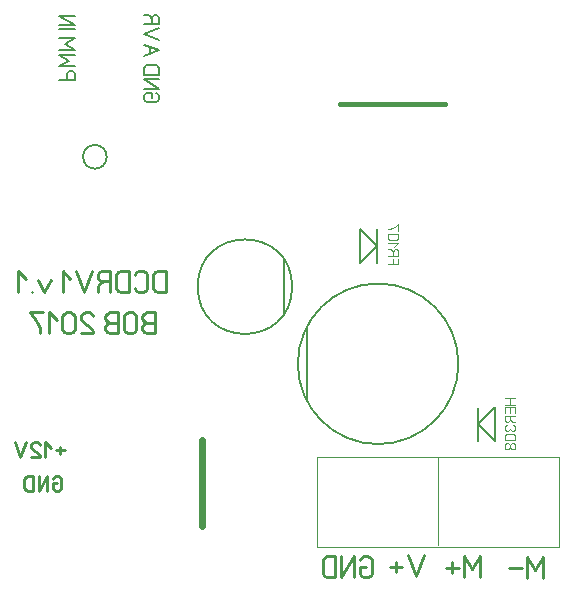
<source format=gbo>
%FSLAX34Y34*%
%MOMM*%
%LNSILK_BOTTOM*%
G71*
G01*
%ADD10C, 0.200*%
%ADD11C, 0.170*%
%ADD12C, 0.220*%
%ADD13C, 0.110*%
%ADD14C, 0.100*%
%ADD15C, 0.600*%
%ADD16C, 0.400*%
%LPD*%
G54D10*
G75*
G01X90880Y-135319D02*
G03X90880Y-135319I-10000J0D01*
G01*
G54D11*
X50911Y-70457D02*
X64244Y-70457D01*
X64244Y-65457D01*
X63411Y-63457D01*
X61744Y-62457D01*
X60077Y-62457D01*
X58411Y-63457D01*
X57577Y-65457D01*
X57577Y-70457D01*
G54D11*
X64244Y-58757D02*
X50911Y-58757D01*
X59244Y-53757D01*
X50911Y-48757D01*
X64244Y-48757D01*
G54D11*
X50911Y-45057D02*
X64244Y-45057D01*
X55911Y-40057D01*
X64244Y-35057D01*
X50911Y-35057D01*
G54D11*
X50911Y-27457D02*
X64244Y-27457D01*
G54D11*
X50911Y-23757D02*
X64244Y-23757D01*
X50911Y-15757D01*
X64244Y-15757D01*
G54D11*
X128902Y-85201D02*
X128902Y-81201D01*
X124736Y-81201D01*
X123069Y-82201D01*
X122236Y-84201D01*
X122236Y-86201D01*
X123069Y-88201D01*
X124736Y-89201D01*
X133069Y-89201D01*
X134736Y-88201D01*
X135569Y-86201D01*
X135569Y-84201D01*
X134736Y-82201D01*
X133069Y-81201D01*
G54D11*
X122236Y-77501D02*
X135569Y-77501D01*
X122236Y-69501D01*
X135569Y-69501D01*
G54D11*
X122236Y-65801D02*
X135569Y-65801D01*
X135569Y-60801D01*
X134736Y-58801D01*
X133069Y-57801D01*
X124736Y-57801D01*
X123069Y-58801D01*
X122236Y-60801D01*
X122236Y-65801D01*
G54D11*
X122236Y-50201D02*
X135569Y-45201D01*
X122236Y-40201D01*
G54D11*
X127236Y-48201D02*
X127236Y-42201D01*
G54D11*
X135569Y-36501D02*
X122236Y-31501D01*
X135569Y-26501D01*
G54D11*
X128902Y-18801D02*
X127236Y-15801D01*
X125569Y-14801D01*
X122236Y-14801D01*
G54D11*
X122236Y-22801D02*
X135569Y-22801D01*
X135569Y-17801D01*
X134736Y-15801D01*
X133069Y-14801D01*
X131402Y-14801D01*
X129736Y-15801D01*
X128902Y-17801D01*
X128902Y-22801D01*
G54D12*
X55483Y-383898D02*
X48016Y-383898D01*
G54D12*
X51749Y-380787D02*
X51749Y-387010D01*
G54D12*
X43583Y-381565D02*
X38916Y-376898D01*
X38916Y-389343D01*
G54D12*
X27016Y-389343D02*
X34483Y-389343D01*
X34483Y-388565D01*
X33549Y-387010D01*
X27949Y-382343D01*
X27016Y-380787D01*
X27016Y-379232D01*
X27949Y-377676D01*
X29816Y-376898D01*
X31683Y-376898D01*
X33549Y-377676D01*
X34483Y-379232D01*
G54D12*
X22583Y-376898D02*
X17916Y-389343D01*
X13249Y-376898D01*
G54D10*
X320064Y-225234D02*
X320064Y-196659D01*
G54D13*
X328838Y-226062D02*
X337726Y-226062D01*
X337726Y-221396D01*
G54D13*
X333282Y-226062D02*
X333282Y-221396D01*
G54D13*
X333282Y-216296D02*
X332171Y-214296D01*
X331060Y-213629D01*
X328838Y-213629D01*
G54D13*
X328838Y-218962D02*
X337726Y-218962D01*
X337726Y-215629D01*
X337171Y-214296D01*
X336060Y-213629D01*
X334949Y-213629D01*
X333838Y-214296D01*
X333282Y-215629D01*
X333282Y-218962D01*
G54D13*
X334393Y-211262D02*
X337726Y-207929D01*
X328838Y-207929D01*
G54D13*
X336060Y-200229D02*
X330504Y-200229D01*
X329393Y-200896D01*
X328838Y-202229D01*
X328838Y-203562D01*
X329393Y-204896D01*
X330504Y-205562D01*
X336060Y-205562D01*
X337171Y-204896D01*
X337726Y-203562D01*
X337726Y-202229D01*
X337171Y-200896D01*
X336060Y-200229D01*
G54D13*
X337726Y-197862D02*
X337726Y-192529D01*
X336615Y-193196D01*
X334949Y-194529D01*
X332726Y-195862D01*
X331060Y-196529D01*
X328838Y-196529D01*
G54D12*
X460370Y-491520D02*
X460370Y-473742D01*
X453703Y-484853D01*
X447037Y-473742D01*
X447037Y-491520D01*
G54D12*
X442170Y-483742D02*
X431503Y-483742D01*
G54D12*
X359562Y-472457D02*
X352896Y-490234D01*
X346229Y-472456D01*
G54D12*
X341362Y-482456D02*
X330696Y-482457D01*
G54D12*
X336029Y-478012D02*
X336029Y-486901D01*
G54D12*
X310378Y-482455D02*
X305045Y-482455D01*
X305045Y-488010D01*
X306378Y-490232D01*
X309045Y-491344D01*
X311711Y-491344D01*
X314378Y-490232D01*
X315711Y-488010D01*
X315711Y-476899D01*
X314378Y-474677D01*
X311711Y-473566D01*
X309045Y-473566D01*
X306378Y-474677D01*
X305045Y-476899D01*
G54D12*
X300111Y-491344D02*
X300111Y-473566D01*
X289445Y-491344D01*
X289445Y-473566D01*
G54D12*
X284511Y-491344D02*
X284511Y-473566D01*
X277845Y-473566D01*
X275178Y-474677D01*
X273845Y-476899D01*
X273845Y-488010D01*
X275178Y-490232D01*
X277845Y-491344D01*
X284511Y-491344D01*
G54D13*
X436866Y-339794D02*
X427977Y-339794D01*
G54D13*
X436866Y-345128D02*
X427977Y-345128D01*
G54D13*
X432421Y-339794D02*
X432421Y-345128D01*
G54D13*
X436866Y-352161D02*
X436866Y-347494D01*
X427977Y-347494D01*
X427977Y-352161D01*
G54D13*
X432421Y-347494D02*
X432421Y-352161D01*
G54D13*
X432421Y-357261D02*
X433532Y-359261D01*
X434643Y-359928D01*
X436866Y-359928D01*
G54D13*
X436866Y-354594D02*
X427977Y-354594D01*
X427977Y-357928D01*
X428532Y-359261D01*
X429643Y-359928D01*
X430755Y-359928D01*
X431866Y-359261D01*
X432421Y-357928D01*
X432421Y-354594D01*
G54D13*
X429643Y-362294D02*
X428532Y-362961D01*
X427977Y-364294D01*
X427977Y-365628D01*
X428532Y-366961D01*
X429643Y-367628D01*
X430755Y-367628D01*
X431866Y-366961D01*
X432421Y-365628D01*
X432977Y-366961D01*
X434088Y-367628D01*
X435199Y-367628D01*
X436310Y-366961D01*
X436866Y-365628D01*
X436866Y-364294D01*
X436310Y-362961D01*
X435199Y-362294D01*
G54D13*
X429643Y-375328D02*
X435199Y-375328D01*
X436310Y-374661D01*
X436866Y-373328D01*
X436866Y-371994D01*
X436310Y-370661D01*
X435199Y-369994D01*
X429643Y-369994D01*
X428532Y-370661D01*
X427977Y-371994D01*
X427977Y-373328D01*
X428532Y-374661D01*
X429643Y-375328D01*
G54D13*
X432421Y-381028D02*
X432421Y-379694D01*
X431866Y-378361D01*
X430755Y-377694D01*
X429643Y-377694D01*
X428532Y-378361D01*
X427977Y-379694D01*
X427977Y-381028D01*
X428532Y-382361D01*
X429643Y-383028D01*
X430755Y-383028D01*
X431866Y-382361D01*
X432421Y-381028D01*
X432977Y-382361D01*
X434088Y-383028D01*
X435199Y-383028D01*
X436310Y-382361D01*
X436866Y-381028D01*
X436866Y-379694D01*
X436310Y-378361D01*
X435199Y-377694D01*
X434088Y-377694D01*
X432977Y-378361D01*
X432421Y-379694D01*
G54D12*
X407108Y-490820D02*
X407108Y-473042D01*
X400441Y-484153D01*
X393774Y-473042D01*
X393774Y-490820D01*
G54D12*
X388908Y-483042D02*
X378241Y-483042D01*
G54D12*
X383574Y-478598D02*
X383574Y-487486D01*
G54D14*
X269099Y-389694D02*
X473887Y-389694D01*
G54D14*
X371493Y-389694D02*
X371493Y-464307D01*
G54D14*
X269099Y-389694D02*
X269099Y-465894D01*
G54D14*
X473887Y-389694D02*
X473887Y-465894D01*
G54D14*
X473887Y-465894D02*
X269099Y-465894D01*
G54D15*
X171468Y-447638D02*
X171468Y-375407D01*
G54D10*
G75*
G01X247943Y-245232D02*
G03X247943Y-245232I-40000J0D01*
G01*
G54D10*
G75*
G01X388718Y-310513D02*
G03X388718Y-310513I-68000J0D01*
G01*
G54D10*
X320064Y-211109D02*
X305776Y-196821D01*
X305776Y-225396D01*
X320064Y-211109D01*
G54D10*
X405239Y-347624D02*
X405239Y-376199D01*
G54D10*
X405239Y-361749D02*
X419526Y-376036D01*
X419526Y-347461D01*
X405239Y-361749D01*
G54D12*
X131699Y-284619D02*
X131699Y-266842D01*
X125033Y-266842D01*
X122366Y-267953D01*
X121033Y-270175D01*
X121033Y-272397D01*
X122366Y-274619D01*
X125033Y-275730D01*
X122366Y-276842D01*
X121033Y-279064D01*
X121033Y-281286D01*
X122366Y-283508D01*
X125033Y-284619D01*
X131699Y-284619D01*
G54D12*
X131699Y-275730D02*
X125033Y-275730D01*
G54D12*
X105433Y-270175D02*
X105433Y-281286D01*
X106766Y-283508D01*
X109433Y-284619D01*
X112099Y-284619D01*
X114766Y-283508D01*
X116099Y-281286D01*
X116099Y-270175D01*
X114766Y-267953D01*
X112099Y-266842D01*
X109433Y-266842D01*
X106766Y-267953D01*
X105433Y-270175D01*
G54D12*
X100499Y-284619D02*
X100499Y-266842D01*
X93833Y-266842D01*
X91166Y-267953D01*
X89833Y-270175D01*
X89833Y-272397D01*
X91166Y-274619D01*
X93833Y-275730D01*
X91166Y-276842D01*
X89833Y-279064D01*
X89833Y-281286D01*
X91166Y-283508D01*
X93833Y-284619D01*
X100499Y-284619D01*
G54D12*
X100499Y-275730D02*
X93833Y-275730D01*
G54D12*
X69033Y-284619D02*
X79699Y-284619D01*
X79699Y-283508D01*
X78366Y-281286D01*
X70366Y-274619D01*
X69033Y-272397D01*
X69033Y-270175D01*
X70366Y-267953D01*
X73033Y-266842D01*
X75699Y-266842D01*
X78366Y-267953D01*
X79699Y-270175D01*
G54D12*
X53433Y-270175D02*
X53433Y-281286D01*
X54766Y-283508D01*
X57433Y-284619D01*
X60099Y-284619D01*
X62766Y-283508D01*
X64099Y-281286D01*
X64099Y-270175D01*
X62766Y-267953D01*
X60099Y-266842D01*
X57433Y-266842D01*
X54766Y-267953D01*
X53433Y-270175D01*
G54D12*
X48499Y-273508D02*
X41833Y-266842D01*
X41833Y-284619D01*
G54D12*
X36899Y-266842D02*
X26233Y-266842D01*
X27566Y-269064D01*
X30233Y-272397D01*
X32899Y-276842D01*
X34233Y-280175D01*
X34233Y-284619D01*
G54D12*
X140812Y-249694D02*
X140812Y-231916D01*
X134145Y-231916D01*
X131478Y-233028D01*
X130145Y-235250D01*
X130145Y-246361D01*
X131478Y-248583D01*
X134145Y-249694D01*
X140812Y-249694D01*
G54D12*
X114545Y-246361D02*
X115878Y-248583D01*
X118545Y-249694D01*
X121212Y-249694D01*
X123878Y-248583D01*
X125212Y-246361D01*
X125212Y-235250D01*
X123878Y-233028D01*
X121212Y-231916D01*
X118545Y-231916D01*
X115878Y-233028D01*
X114545Y-235250D01*
G54D12*
X109612Y-249694D02*
X109612Y-231916D01*
X102945Y-231916D01*
X100278Y-233028D01*
X98945Y-235250D01*
X98945Y-246361D01*
X100278Y-248583D01*
X102945Y-249694D01*
X109612Y-249694D01*
G54D12*
X88678Y-240805D02*
X84678Y-243028D01*
X83345Y-245250D01*
X83345Y-249694D01*
G54D12*
X94012Y-249694D02*
X94012Y-231916D01*
X87345Y-231916D01*
X84678Y-233028D01*
X83345Y-235250D01*
X83345Y-237472D01*
X84678Y-239694D01*
X87345Y-240805D01*
X94012Y-240805D01*
G54D12*
X78412Y-231916D02*
X71745Y-249694D01*
X65078Y-231916D01*
G54D12*
X60212Y-238583D02*
X53545Y-231916D01*
X53545Y-249694D01*
G54D12*
X43412Y-239694D02*
X38078Y-249694D01*
X32745Y-239694D01*
G54D12*
X27812Y-249694D02*
X27812Y-249694D01*
G54D12*
X22912Y-238583D02*
X16245Y-231916D01*
X16245Y-249694D01*
G54D10*
X241299Y-223044D02*
X241299Y-266700D01*
G54D10*
X260349Y-280194D02*
X260349Y-340519D01*
G54D12*
X48830Y-411746D02*
X45097Y-411746D01*
X45097Y-415635D01*
X46030Y-417190D01*
X47897Y-417968D01*
X49764Y-417968D01*
X51630Y-417190D01*
X52564Y-415635D01*
X52564Y-407857D01*
X51630Y-406301D01*
X49764Y-405524D01*
X47897Y-405524D01*
X46030Y-406301D01*
X45097Y-407857D01*
G54D12*
X40664Y-417968D02*
X40664Y-405524D01*
X33197Y-417968D01*
X33197Y-405524D01*
G54D12*
X28764Y-417968D02*
X28764Y-405524D01*
X24097Y-405524D01*
X22230Y-406301D01*
X21297Y-407857D01*
X21297Y-415635D01*
X22230Y-417190D01*
X24097Y-417968D01*
X28764Y-417968D01*
G54D16*
X288130Y-90488D02*
X377030Y-90488D01*
M02*

</source>
